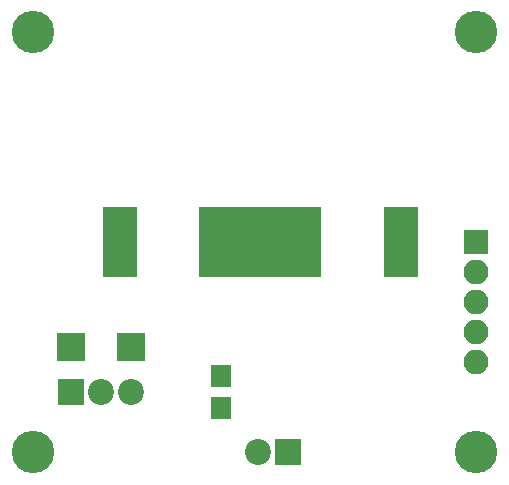
<source format=gbs>
G04 #@! TF.FileFunction,Soldermask,Bot*
%FSLAX46Y46*%
G04 Gerber Fmt 4.6, Leading zero omitted, Abs format (unit mm)*
G04 Created by KiCad (PCBNEW 4.0.6+dfsg1-1) date Fri Mar  9 15:20:54 2018*
%MOMM*%
%LPD*%
G01*
G04 APERTURE LIST*
%ADD10C,0.100000*%
%ADD11R,3.000000X5.960000*%
%ADD12R,10.400000X5.960000*%
%ADD13R,2.200000X2.200000*%
%ADD14C,2.200000*%
%ADD15R,2.100000X2.100000*%
%ADD16O,2.100000X2.100000*%
%ADD17R,2.398980X2.398980*%
%ADD18R,1.700000X1.900000*%
%ADD19C,3.600000*%
G04 APERTURE END LIST*
D10*
D11*
X190185000Y-60960000D03*
D12*
X202090000Y-60960000D03*
D11*
X213995000Y-60960000D03*
D13*
X204470000Y-78740000D03*
D14*
X201930000Y-78740000D03*
D15*
X220345000Y-60960000D03*
D16*
X220345000Y-63500000D03*
X220345000Y-66040000D03*
X220345000Y-68580000D03*
X220345000Y-71120000D03*
D17*
X186055000Y-69850000D03*
X191135000Y-69850000D03*
D18*
X198755000Y-72310000D03*
X198755000Y-75010000D03*
D13*
X186055000Y-73660000D03*
D14*
X188595000Y-73660000D03*
X191135000Y-73660000D03*
D19*
X220345000Y-43180000D03*
X220345000Y-78740000D03*
X182880000Y-43180000D03*
X182880000Y-78740000D03*
M02*

</source>
